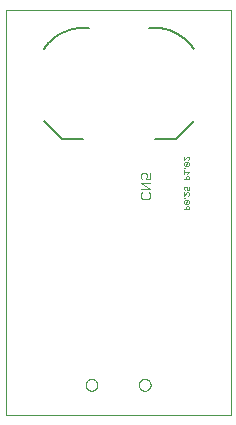
<source format=gbo>
G75*
%MOIN*%
%OFA0B0*%
%FSLAX25Y25*%
%IPPOS*%
%LPD*%
%AMOC8*
5,1,8,0,0,1.08239X$1,22.5*
%
%ADD10C,0.00000*%
%ADD11C,0.00200*%
%ADD12C,0.00500*%
%ADD13C,0.00400*%
D10*
X0037794Y0060631D02*
X0037794Y0195631D01*
X0112794Y0195631D01*
X0112794Y0060631D01*
X0037794Y0060631D01*
X0064467Y0070631D02*
X0064469Y0070719D01*
X0064475Y0070807D01*
X0064485Y0070895D01*
X0064499Y0070983D01*
X0064516Y0071069D01*
X0064538Y0071155D01*
X0064563Y0071239D01*
X0064593Y0071323D01*
X0064625Y0071405D01*
X0064662Y0071485D01*
X0064702Y0071564D01*
X0064746Y0071641D01*
X0064793Y0071716D01*
X0064843Y0071788D01*
X0064897Y0071859D01*
X0064953Y0071926D01*
X0065013Y0071992D01*
X0065075Y0072054D01*
X0065141Y0072114D01*
X0065208Y0072170D01*
X0065279Y0072224D01*
X0065351Y0072274D01*
X0065426Y0072321D01*
X0065503Y0072365D01*
X0065582Y0072405D01*
X0065662Y0072442D01*
X0065744Y0072474D01*
X0065828Y0072504D01*
X0065912Y0072529D01*
X0065998Y0072551D01*
X0066084Y0072568D01*
X0066172Y0072582D01*
X0066260Y0072592D01*
X0066348Y0072598D01*
X0066436Y0072600D01*
X0066524Y0072598D01*
X0066612Y0072592D01*
X0066700Y0072582D01*
X0066788Y0072568D01*
X0066874Y0072551D01*
X0066960Y0072529D01*
X0067044Y0072504D01*
X0067128Y0072474D01*
X0067210Y0072442D01*
X0067290Y0072405D01*
X0067369Y0072365D01*
X0067446Y0072321D01*
X0067521Y0072274D01*
X0067593Y0072224D01*
X0067664Y0072170D01*
X0067731Y0072114D01*
X0067797Y0072054D01*
X0067859Y0071992D01*
X0067919Y0071926D01*
X0067975Y0071859D01*
X0068029Y0071788D01*
X0068079Y0071716D01*
X0068126Y0071641D01*
X0068170Y0071564D01*
X0068210Y0071485D01*
X0068247Y0071405D01*
X0068279Y0071323D01*
X0068309Y0071239D01*
X0068334Y0071155D01*
X0068356Y0071069D01*
X0068373Y0070983D01*
X0068387Y0070895D01*
X0068397Y0070807D01*
X0068403Y0070719D01*
X0068405Y0070631D01*
X0068403Y0070543D01*
X0068397Y0070455D01*
X0068387Y0070367D01*
X0068373Y0070279D01*
X0068356Y0070193D01*
X0068334Y0070107D01*
X0068309Y0070023D01*
X0068279Y0069939D01*
X0068247Y0069857D01*
X0068210Y0069777D01*
X0068170Y0069698D01*
X0068126Y0069621D01*
X0068079Y0069546D01*
X0068029Y0069474D01*
X0067975Y0069403D01*
X0067919Y0069336D01*
X0067859Y0069270D01*
X0067797Y0069208D01*
X0067731Y0069148D01*
X0067664Y0069092D01*
X0067593Y0069038D01*
X0067521Y0068988D01*
X0067446Y0068941D01*
X0067369Y0068897D01*
X0067290Y0068857D01*
X0067210Y0068820D01*
X0067128Y0068788D01*
X0067044Y0068758D01*
X0066960Y0068733D01*
X0066874Y0068711D01*
X0066788Y0068694D01*
X0066700Y0068680D01*
X0066612Y0068670D01*
X0066524Y0068664D01*
X0066436Y0068662D01*
X0066348Y0068664D01*
X0066260Y0068670D01*
X0066172Y0068680D01*
X0066084Y0068694D01*
X0065998Y0068711D01*
X0065912Y0068733D01*
X0065828Y0068758D01*
X0065744Y0068788D01*
X0065662Y0068820D01*
X0065582Y0068857D01*
X0065503Y0068897D01*
X0065426Y0068941D01*
X0065351Y0068988D01*
X0065279Y0069038D01*
X0065208Y0069092D01*
X0065141Y0069148D01*
X0065075Y0069208D01*
X0065013Y0069270D01*
X0064953Y0069336D01*
X0064897Y0069403D01*
X0064843Y0069474D01*
X0064793Y0069546D01*
X0064746Y0069621D01*
X0064702Y0069698D01*
X0064662Y0069777D01*
X0064625Y0069857D01*
X0064593Y0069939D01*
X0064563Y0070023D01*
X0064538Y0070107D01*
X0064516Y0070193D01*
X0064499Y0070279D01*
X0064485Y0070367D01*
X0064475Y0070455D01*
X0064469Y0070543D01*
X0064467Y0070631D01*
X0082183Y0070631D02*
X0082185Y0070719D01*
X0082191Y0070807D01*
X0082201Y0070895D01*
X0082215Y0070983D01*
X0082232Y0071069D01*
X0082254Y0071155D01*
X0082279Y0071239D01*
X0082309Y0071323D01*
X0082341Y0071405D01*
X0082378Y0071485D01*
X0082418Y0071564D01*
X0082462Y0071641D01*
X0082509Y0071716D01*
X0082559Y0071788D01*
X0082613Y0071859D01*
X0082669Y0071926D01*
X0082729Y0071992D01*
X0082791Y0072054D01*
X0082857Y0072114D01*
X0082924Y0072170D01*
X0082995Y0072224D01*
X0083067Y0072274D01*
X0083142Y0072321D01*
X0083219Y0072365D01*
X0083298Y0072405D01*
X0083378Y0072442D01*
X0083460Y0072474D01*
X0083544Y0072504D01*
X0083628Y0072529D01*
X0083714Y0072551D01*
X0083800Y0072568D01*
X0083888Y0072582D01*
X0083976Y0072592D01*
X0084064Y0072598D01*
X0084152Y0072600D01*
X0084240Y0072598D01*
X0084328Y0072592D01*
X0084416Y0072582D01*
X0084504Y0072568D01*
X0084590Y0072551D01*
X0084676Y0072529D01*
X0084760Y0072504D01*
X0084844Y0072474D01*
X0084926Y0072442D01*
X0085006Y0072405D01*
X0085085Y0072365D01*
X0085162Y0072321D01*
X0085237Y0072274D01*
X0085309Y0072224D01*
X0085380Y0072170D01*
X0085447Y0072114D01*
X0085513Y0072054D01*
X0085575Y0071992D01*
X0085635Y0071926D01*
X0085691Y0071859D01*
X0085745Y0071788D01*
X0085795Y0071716D01*
X0085842Y0071641D01*
X0085886Y0071564D01*
X0085926Y0071485D01*
X0085963Y0071405D01*
X0085995Y0071323D01*
X0086025Y0071239D01*
X0086050Y0071155D01*
X0086072Y0071069D01*
X0086089Y0070983D01*
X0086103Y0070895D01*
X0086113Y0070807D01*
X0086119Y0070719D01*
X0086121Y0070631D01*
X0086119Y0070543D01*
X0086113Y0070455D01*
X0086103Y0070367D01*
X0086089Y0070279D01*
X0086072Y0070193D01*
X0086050Y0070107D01*
X0086025Y0070023D01*
X0085995Y0069939D01*
X0085963Y0069857D01*
X0085926Y0069777D01*
X0085886Y0069698D01*
X0085842Y0069621D01*
X0085795Y0069546D01*
X0085745Y0069474D01*
X0085691Y0069403D01*
X0085635Y0069336D01*
X0085575Y0069270D01*
X0085513Y0069208D01*
X0085447Y0069148D01*
X0085380Y0069092D01*
X0085309Y0069038D01*
X0085237Y0068988D01*
X0085162Y0068941D01*
X0085085Y0068897D01*
X0085006Y0068857D01*
X0084926Y0068820D01*
X0084844Y0068788D01*
X0084760Y0068758D01*
X0084676Y0068733D01*
X0084590Y0068711D01*
X0084504Y0068694D01*
X0084416Y0068680D01*
X0084328Y0068670D01*
X0084240Y0068664D01*
X0084152Y0068662D01*
X0084064Y0068664D01*
X0083976Y0068670D01*
X0083888Y0068680D01*
X0083800Y0068694D01*
X0083714Y0068711D01*
X0083628Y0068733D01*
X0083544Y0068758D01*
X0083460Y0068788D01*
X0083378Y0068820D01*
X0083298Y0068857D01*
X0083219Y0068897D01*
X0083142Y0068941D01*
X0083067Y0068988D01*
X0082995Y0069038D01*
X0082924Y0069092D01*
X0082857Y0069148D01*
X0082791Y0069208D01*
X0082729Y0069270D01*
X0082669Y0069336D01*
X0082613Y0069403D01*
X0082559Y0069474D01*
X0082509Y0069546D01*
X0082462Y0069621D01*
X0082418Y0069698D01*
X0082378Y0069777D01*
X0082341Y0069857D01*
X0082309Y0069939D01*
X0082279Y0070023D01*
X0082254Y0070107D01*
X0082232Y0070193D01*
X0082215Y0070279D01*
X0082201Y0070367D01*
X0082191Y0070455D01*
X0082185Y0070543D01*
X0082183Y0070631D01*
D11*
X0097207Y0129087D02*
X0099008Y0129087D01*
X0099008Y0129988D01*
X0098708Y0130288D01*
X0098107Y0130288D01*
X0097807Y0129988D01*
X0097807Y0129087D01*
X0097507Y0130929D02*
X0098708Y0132130D01*
X0097507Y0132130D01*
X0097207Y0131830D01*
X0097207Y0131229D01*
X0097507Y0130929D01*
X0098708Y0130929D01*
X0099008Y0131229D01*
X0099008Y0131830D01*
X0098708Y0132130D01*
X0097507Y0132771D02*
X0097507Y0133071D01*
X0097207Y0133071D01*
X0097207Y0132771D01*
X0097507Y0132771D01*
X0097207Y0133691D02*
X0098408Y0134892D01*
X0098708Y0134892D01*
X0099008Y0134592D01*
X0099008Y0133992D01*
X0098708Y0133691D01*
X0097207Y0133691D02*
X0097207Y0134892D01*
X0097507Y0135533D02*
X0097207Y0135833D01*
X0097207Y0136434D01*
X0097507Y0136734D01*
X0098107Y0136734D01*
X0098408Y0136434D01*
X0098408Y0136133D01*
X0098107Y0135533D01*
X0099008Y0135533D01*
X0099008Y0136734D01*
X0099008Y0139087D02*
X0097207Y0139087D01*
X0097807Y0139087D02*
X0097807Y0139988D01*
X0098107Y0140288D01*
X0098708Y0140288D01*
X0099008Y0139988D01*
X0099008Y0139087D01*
X0098408Y0140929D02*
X0099008Y0141529D01*
X0097207Y0141529D01*
X0097207Y0140929D02*
X0097207Y0142130D01*
X0097207Y0142771D02*
X0097207Y0143071D01*
X0097507Y0143071D01*
X0097507Y0142771D01*
X0097207Y0142771D01*
X0097507Y0143691D02*
X0098708Y0144892D01*
X0097507Y0144892D01*
X0097207Y0144592D01*
X0097207Y0143992D01*
X0097507Y0143691D01*
X0098708Y0143691D01*
X0099008Y0143992D01*
X0099008Y0144592D01*
X0098708Y0144892D01*
X0098708Y0145533D02*
X0099008Y0145833D01*
X0099008Y0146434D01*
X0098708Y0146734D01*
X0098408Y0146734D01*
X0097207Y0145533D01*
X0097207Y0146734D01*
D12*
X0094544Y0152631D02*
X0087544Y0152631D01*
X0094544Y0152631D02*
X0100544Y0158631D01*
X0100545Y0182631D02*
X0100318Y0182954D01*
X0100083Y0183271D01*
X0099841Y0183583D01*
X0099591Y0183888D01*
X0099334Y0184188D01*
X0099070Y0184481D01*
X0098798Y0184768D01*
X0098520Y0185048D01*
X0098235Y0185321D01*
X0097944Y0185587D01*
X0097646Y0185846D01*
X0097342Y0186097D01*
X0097032Y0186342D01*
X0096716Y0186578D01*
X0096394Y0186807D01*
X0096067Y0187028D01*
X0095735Y0187241D01*
X0095398Y0187446D01*
X0095055Y0187643D01*
X0094709Y0187831D01*
X0094357Y0188011D01*
X0094002Y0188182D01*
X0093642Y0188345D01*
X0093279Y0188498D01*
X0092911Y0188643D01*
X0092541Y0188779D01*
X0092167Y0188906D01*
X0091790Y0189024D01*
X0091411Y0189133D01*
X0091029Y0189232D01*
X0090645Y0189322D01*
X0090258Y0189403D01*
X0089870Y0189474D01*
X0089481Y0189536D01*
X0089089Y0189589D01*
X0088697Y0189632D01*
X0088304Y0189665D01*
X0087910Y0189689D01*
X0087515Y0189703D01*
X0087121Y0189708D01*
X0086726Y0189703D01*
X0086332Y0189689D01*
X0085938Y0189665D01*
X0085544Y0189631D01*
X0065545Y0189631D02*
X0065151Y0189665D01*
X0064757Y0189689D01*
X0064363Y0189703D01*
X0063968Y0189708D01*
X0063574Y0189703D01*
X0063179Y0189689D01*
X0062785Y0189665D01*
X0062392Y0189632D01*
X0062000Y0189589D01*
X0061608Y0189536D01*
X0061219Y0189474D01*
X0060831Y0189403D01*
X0060444Y0189322D01*
X0060060Y0189232D01*
X0059678Y0189133D01*
X0059299Y0189024D01*
X0058922Y0188906D01*
X0058548Y0188779D01*
X0058178Y0188643D01*
X0057810Y0188498D01*
X0057447Y0188345D01*
X0057087Y0188182D01*
X0056732Y0188011D01*
X0056380Y0187831D01*
X0056034Y0187643D01*
X0055691Y0187446D01*
X0055354Y0187241D01*
X0055022Y0187028D01*
X0054695Y0186807D01*
X0054373Y0186578D01*
X0054057Y0186342D01*
X0053747Y0186097D01*
X0053443Y0185846D01*
X0053145Y0185587D01*
X0052854Y0185321D01*
X0052569Y0185048D01*
X0052291Y0184768D01*
X0052019Y0184481D01*
X0051755Y0184188D01*
X0051498Y0183888D01*
X0051248Y0183583D01*
X0051006Y0183271D01*
X0050771Y0182954D01*
X0050544Y0182631D01*
X0050544Y0158631D02*
X0056544Y0152631D01*
X0063544Y0152631D01*
D13*
X0082869Y0140722D02*
X0082869Y0139688D01*
X0083386Y0139171D01*
X0084421Y0139171D02*
X0084938Y0140205D01*
X0084938Y0140722D01*
X0084421Y0141239D01*
X0083386Y0141239D01*
X0082869Y0140722D01*
X0084421Y0139171D02*
X0085972Y0139171D01*
X0085972Y0141239D01*
X0085972Y0138016D02*
X0082869Y0138016D01*
X0085972Y0135948D01*
X0082869Y0135948D01*
X0083386Y0134794D02*
X0082869Y0134276D01*
X0082869Y0133242D01*
X0083386Y0132725D01*
X0085455Y0132725D01*
X0085972Y0133242D01*
X0085972Y0134276D01*
X0085455Y0134794D01*
M02*

</source>
